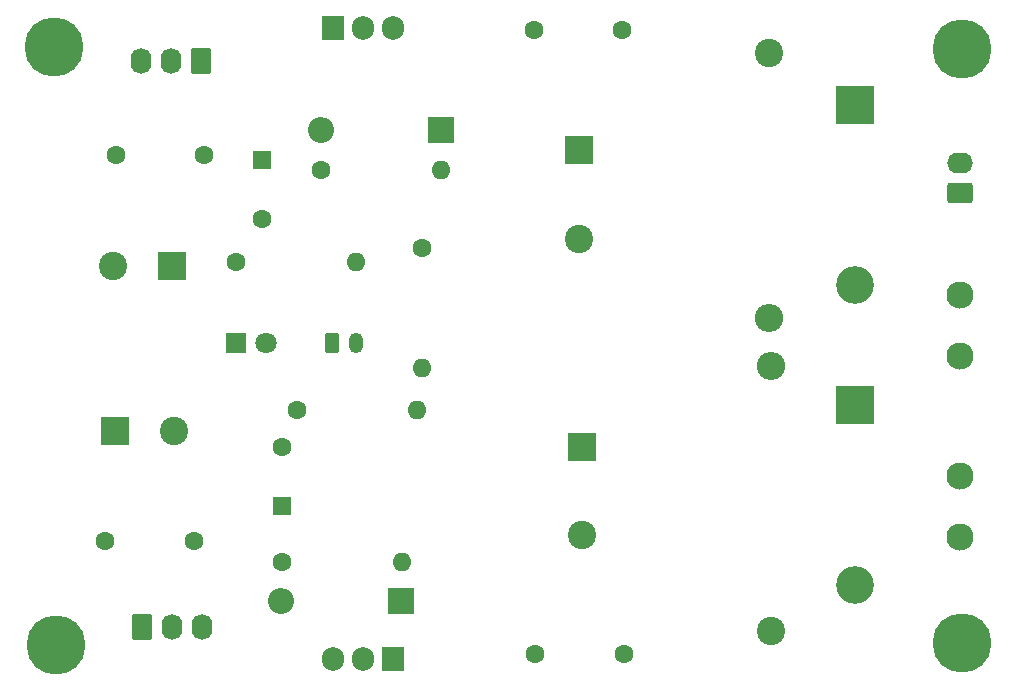
<source format=gbr>
G04 #@! TF.GenerationSoftware,KiCad,Pcbnew,(6.0.4)*
G04 #@! TF.CreationDate,2022-05-03T12:05:26+02:00*
G04 #@! TF.ProjectId,Zasilacz_wzm_sluchawkowy_2x12v,5a617369-6c61-4637-9a5f-777a6d5f736c,rev?*
G04 #@! TF.SameCoordinates,Original*
G04 #@! TF.FileFunction,Soldermask,Top*
G04 #@! TF.FilePolarity,Negative*
%FSLAX46Y46*%
G04 Gerber Fmt 4.6, Leading zero omitted, Abs format (unit mm)*
G04 Created by KiCad (PCBNEW (6.0.4)) date 2022-05-03 12:05:26*
%MOMM*%
%LPD*%
G01*
G04 APERTURE LIST*
G04 Aperture macros list*
%AMRoundRect*
0 Rectangle with rounded corners*
0 $1 Rounding radius*
0 $2 $3 $4 $5 $6 $7 $8 $9 X,Y pos of 4 corners*
0 Add a 4 corners polygon primitive as box body*
4,1,4,$2,$3,$4,$5,$6,$7,$8,$9,$2,$3,0*
0 Add four circle primitives for the rounded corners*
1,1,$1+$1,$2,$3*
1,1,$1+$1,$4,$5*
1,1,$1+$1,$6,$7*
1,1,$1+$1,$8,$9*
0 Add four rect primitives between the rounded corners*
20,1,$1+$1,$2,$3,$4,$5,0*
20,1,$1+$1,$4,$5,$6,$7,0*
20,1,$1+$1,$6,$7,$8,$9,0*
20,1,$1+$1,$8,$9,$2,$3,0*%
G04 Aperture macros list end*
%ADD10R,2.400000X2.400000*%
%ADD11C,2.400000*%
%ADD12C,1.600000*%
%ADD13O,1.600000X1.600000*%
%ADD14C,2.300000*%
%ADD15R,1.600000X1.600000*%
%ADD16O,2.400000X2.400000*%
%ADD17C,5.000000*%
%ADD18RoundRect,0.250000X0.845000X-0.620000X0.845000X0.620000X-0.845000X0.620000X-0.845000X-0.620000X0*%
%ADD19O,2.190000X1.740000*%
%ADD20RoundRect,0.250000X-0.620000X-0.845000X0.620000X-0.845000X0.620000X0.845000X-0.620000X0.845000X0*%
%ADD21O,1.740000X2.190000*%
%ADD22R,2.200000X2.200000*%
%ADD23O,2.200000X2.200000*%
%ADD24R,3.200000X3.200000*%
%ADD25O,3.200000X3.200000*%
%ADD26R,1.800000X1.800000*%
%ADD27C,1.800000*%
%ADD28RoundRect,0.250000X-0.350000X-0.625000X0.350000X-0.625000X0.350000X0.625000X-0.350000X0.625000X0*%
%ADD29O,1.200000X1.750000*%
%ADD30R,1.905000X2.000000*%
%ADD31O,1.905000X2.000000*%
%ADD32RoundRect,0.250000X0.620000X0.845000X-0.620000X0.845000X-0.620000X-0.845000X0.620000X-0.845000X0*%
G04 APERTURE END LIST*
D10*
G04 #@! TO.C,C7*
X128000000Y-98722220D03*
D11*
X128000000Y-106222220D03*
G04 #@! TD*
D12*
G04 #@! TO.C,R4*
X98720000Y-83100000D03*
D13*
X108880000Y-83100000D03*
G04 #@! TD*
D12*
G04 #@! TO.C,C3*
X96050000Y-74000000D03*
X88550000Y-74000000D03*
G04 #@! TD*
D14*
G04 #@! TO.C,F1*
X160000000Y-85850000D03*
X160000000Y-91050000D03*
X160000000Y-101150000D03*
X160000000Y-106350000D03*
G04 #@! TD*
D15*
G04 #@! TO.C,C5*
X100900000Y-74400000D03*
D12*
X100900000Y-79400000D03*
G04 #@! TD*
G04 #@! TO.C,R6*
X102620000Y-108500000D03*
D13*
X112780000Y-108500000D03*
G04 #@! TD*
D12*
G04 #@! TO.C,R2*
X105920000Y-75300000D03*
D13*
X116080000Y-75300000D03*
G04 #@! TD*
D10*
G04 #@! TO.C,C4*
X93323959Y-83400000D03*
D11*
X88323959Y-83400000D03*
G04 #@! TD*
G04 #@! TO.C,R7*
X144000000Y-114300000D03*
D16*
X144000000Y-91900000D03*
G04 #@! TD*
D12*
G04 #@! TO.C,C8*
X131550000Y-116300000D03*
X124050000Y-116300000D03*
G04 #@! TD*
D17*
G04 #@! TO.C,REF\u002A\u002A*
X83500000Y-115500000D03*
G04 #@! TD*
D15*
G04 #@! TO.C,C6*
X102600000Y-103700000D03*
D12*
X102600000Y-98700000D03*
G04 #@! TD*
G04 #@! TO.C,R5*
X103920000Y-95600000D03*
D13*
X114080000Y-95600000D03*
G04 #@! TD*
D12*
G04 #@! TO.C,R3*
X114500000Y-81900000D03*
D13*
X114500000Y-92060000D03*
G04 #@! TD*
D18*
G04 #@! TO.C,J1*
X160000000Y-77200000D03*
D19*
X160000000Y-74660000D03*
G04 #@! TD*
D11*
G04 #@! TO.C,R1*
X143900000Y-65400000D03*
D16*
X143900000Y-87800000D03*
G04 #@! TD*
D20*
G04 #@! TO.C,J3*
X90800000Y-113950000D03*
D21*
X93340000Y-113950000D03*
X95880000Y-113950000D03*
G04 #@! TD*
D22*
G04 #@! TO.C,D4*
X112680000Y-111800000D03*
D23*
X102520000Y-111800000D03*
G04 #@! TD*
D10*
G04 #@! TO.C,C1*
X127800000Y-73622220D03*
D11*
X127800000Y-81122220D03*
G04 #@! TD*
D24*
G04 #@! TO.C,D5*
X151100000Y-95180000D03*
D25*
X151100000Y-110420000D03*
G04 #@! TD*
D22*
G04 #@! TO.C,D2*
X116080000Y-71900000D03*
D23*
X105920000Y-71900000D03*
G04 #@! TD*
D24*
G04 #@! TO.C,D1*
X151100000Y-69780000D03*
D25*
X151100000Y-85020000D03*
G04 #@! TD*
D26*
G04 #@! TO.C,D3*
X98725000Y-89900000D03*
D27*
X101265000Y-89900000D03*
G04 #@! TD*
D10*
G04 #@! TO.C,C10*
X88476041Y-97400000D03*
D11*
X93476041Y-97400000D03*
G04 #@! TD*
D12*
G04 #@! TO.C,C9*
X87650000Y-106700000D03*
X95150000Y-106700000D03*
G04 #@! TD*
D17*
G04 #@! TO.C,REF\u002A\u002A*
X83300000Y-64900000D03*
G04 #@! TD*
D12*
G04 #@! TO.C,C2*
X123950000Y-63400000D03*
X131450000Y-63400000D03*
G04 #@! TD*
D28*
G04 #@! TO.C,J2*
X106900000Y-89950000D03*
D29*
X108900000Y-89950000D03*
G04 #@! TD*
D30*
G04 #@! TO.C,U1*
X106960000Y-63300000D03*
D31*
X109500000Y-63300000D03*
X112040000Y-63300000D03*
G04 #@! TD*
D17*
G04 #@! TO.C,REF\u002A\u002A*
X160200000Y-65000000D03*
G04 #@! TD*
D32*
G04 #@! TO.C,J4*
X95740000Y-66080000D03*
D21*
X93200000Y-66080000D03*
X90660000Y-66080000D03*
G04 #@! TD*
D30*
G04 #@! TO.C,U2*
X112040000Y-116655000D03*
D31*
X109500000Y-116655000D03*
X106960000Y-116655000D03*
G04 #@! TD*
D17*
G04 #@! TO.C,REF\u002A\u002A*
X160200000Y-115300000D03*
G04 #@! TD*
M02*

</source>
